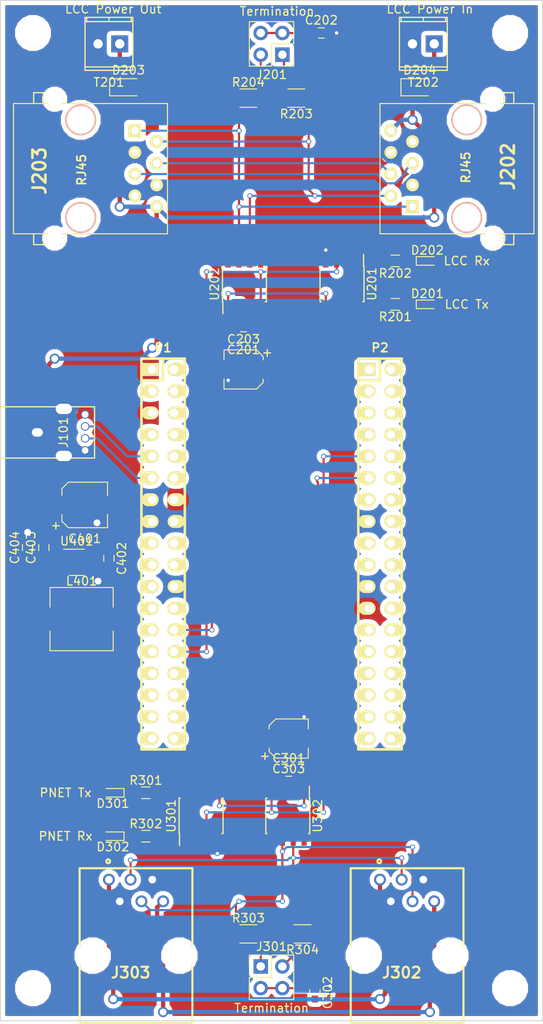
<source format=kicad_pcb>
(kicad_pcb (version 4) (host pcbnew 4.0.7+dfsg1-1ubuntu2)
  (layers (0 F.Cu signal) (31 B.Cu signal) (34 B.Paste user) (35 F.Paste user) (36 B.SilkS user) (37 F.SilkS user) (38 B.Mask user) (39 F.Mask user) (44 Edge.Cuts user))
  (net 0 "")
  (net 1 +3V3)
  (net 2 GND)
  (net 3 "Net-(C202-Pad1)")
  (net 4 "Net-(C302-Pad1)")
  (net 5 +5V)
  (net 6 /CAN_12V)
  (net 7 "Net-(D201-Pad1)")
  (net 8 "Net-(D202-Pad1)")
  (net 9 "Net-(D203-Pad1)")
  (net 10 "Net-(D204-Pad2)")
  (net 11 "Net-(D301-Pad1)")
  (net 12 "Net-(D302-Pad1)")
  (net 13 "Net-(J101-Pad2)")
  (net 14 "Net-(J101-Pad3)")
  (net 15 "Net-(J201-Pad1)")
  (net 16 "Net-(J201-Pad2)")
  (net 17 "Net-(J202-Pad1)")
  (net 18 "Net-(J202-Pad2)")
  (net 19 "Net-(J202-Pad4)")
  (net 20 "Net-(J202-Pad5)")
  (net 21 "Net-(J301-Pad1)")
  (net 22 "Net-(J301-Pad2)")
  (net 23 "Net-(J302-Pad6)")
  (net 24 "Net-(J302-Pad1)")
  (net 25 "Net-(P1-Pad2)")
  (net 26 "Net-(P1-Pad3)")
  (net 27 "Net-(P1-Pad4)")
  (net 28 "Net-(P1-Pad6)")
  (net 29 "Net-(P1-Pad7)")
  (net 30 "Net-(P1-Pad8)")
  (net 31 "Net-(P1-Pad10)")
  (net 32 "Net-(P1-Pad12)")
  (net 33 "Net-(P1-Pad17)")
  (net 34 "Net-(P1-Pad18)")
  (net 35 "Net-(P1-Pad19)")
  (net 36 "Net-(P1-Pad20)")
  (net 37 "Net-(P1-Pad21)")
  (net 38 "Net-(P1-Pad23)")
  (net 39 "Net-(P1-Pad24)")
  (net 40 "Net-(P1-Pad25)")
  (net 41 /CAN0_TX)
  (net 42 "Net-(P1-Pad27)")
  (net 43 /CAN0_RX)
  (net 44 "Net-(P1-Pad29)")
  (net 45 "Net-(P1-Pad30)")
  (net 46 "Net-(P1-Pad31)")
  (net 47 "Net-(P1-Pad32)")
  (net 48 "Net-(P1-Pad33)")
  (net 49 "Net-(P1-Pad34)")
  (net 50 "Net-(P1-Pad35)")
  (net 51 "Net-(P1-Pad36)")
  (net 52 "Net-(P2-Pad1)")
  (net 53 "Net-(P2-Pad2)")
  (net 54 "Net-(P2-Pad3)")
  (net 55 "Net-(P2-Pad4)")
  (net 56 "Net-(P2-Pad5)")
  (net 57 "Net-(P2-Pad6)")
  (net 58 "Net-(P2-Pad7)")
  (net 59 "Net-(P2-Pad8)")
  (net 60 /CAN1_RX)
  (net 61 "Net-(P2-Pad10)")
  (net 62 /CAN1_TX)
  (net 63 "Net-(P2-Pad12)")
  (net 64 "Net-(P2-Pad13)")
  (net 65 "Net-(P2-Pad14)")
  (net 66 "Net-(P2-Pad16)")
  (net 67 "Net-(P2-Pad17)")
  (net 68 "Net-(P2-Pad18)")
  (net 69 "Net-(P2-Pad19)")
  (net 70 "Net-(P2-Pad20)")
  (net 71 "Net-(P2-Pad22)")
  (net 72 "Net-(P2-Pad24)")
  (net 73 "Net-(P2-Pad25)")
  (net 74 "Net-(P2-Pad26)")
  (net 75 "Net-(P2-Pad27)")
  (net 76 "Net-(P2-Pad28)")
  (net 77 "Net-(P2-Pad29)")
  (net 78 "Net-(P2-Pad30)")
  (net 79 "Net-(P2-Pad31)")
  (net 80 "Net-(P2-Pad32)")
  (net 81 "Net-(P2-Pad33)")
  (net 82 "Net-(P2-Pad34)")
  (net 83 "Net-(P2-Pad35)")
  (net 84 "Net-(P2-Pad36)")
  (net 85 "Net-(R201-Pad2)")
  (net 86 "Net-(R202-Pad2)")
  (net 87 "Net-(R301-Pad2)")
  (net 88 "Net-(R302-Pad2)")
  (net 89 "Net-(U202-Pad5)")
  (net 90 "Net-(U202-Pad8)")
  (net 91 "Net-(U302-Pad5)")
  (net 92 "Net-(U302-Pad8)")
  (net 93 "Net-(C402-Pad2)")
  (net 94 "Net-(C402-Pad1)")
  (net 95 "/PNET CAN Transceiver/CAN-L")
  (net 96 "/PNET CAN Transceiver/CAN-H")
  (net 97 "Net-(J302-Pad7)")
  (net 98 "Net-(J302-Pad8)")
  (net 99 "Net-(J303-Pad7)")
  (net 100 "Net-(J303-Pad8)")
  (module Mounting_Holes:MountingHole_3.2mm_M3 (layer F.Cu) (at 113.03 153.67)
    (fp_text reference REF** hide)
    (fp_text value MountingHole_3.2mm_M3 hide)
    (pad 1 np_thru_hole circle (at 0 0) (size 3.2 3.2) (drill 3.2) (layers *.Cu *.Mask))
  )
  (module Mounting_Holes:MountingHole_3.2mm_M3 (layer F.Cu) (at 168.91 153.67)
    (fp_text reference REF** hide)
    (fp_text value MountingHole_3.2mm_M3 hide)
    (pad 1 np_thru_hole circle (at 0 0) (size 3.2 3.2) (drill 3.2) (layers *.Cu *.Mask))
  )
  (module Mounting_Holes:MountingHole_3.2mm_M3 (layer F.Cu) (at 168.91 41.91)
    (fp_text reference REF** hide)
    (fp_text value MountingHole_3.2mm_M3 hide)
    (pad 1 np_thru_hole circle (at 0 0) (size 3.2 3.2) (drill 3.2) (layers *.Cu *.Mask))
  )
  (module pin_socket_18x2 (layer F.Cu) (at 128.27 102.87 270)
    (fp_text reference P1 (at -24.13 0 360) (layer F.SilkS) (effects (font (size 1.016 1.016) (thickness 0.2032))))
    (fp_text value POCKETBEAGLE-P1 hide)
    (pad 1 thru_hole rect (at -21.59 1.27 270) (size 1.524 1.99898) (drill 1.00076 (offset 0 0.24892)) (layers *.Cu *.Mask F.SilkS) (net 5 +5V))
    (pad 2 thru_hole oval (at -21.59 -1.27 270) (size 1.524 1.99898) (drill 1.00076 (offset 0 -0.24892)) (layers *.Cu *.Mask F.SilkS) (net 25 "Net-(P1-Pad2)"))
    (pad 3 thru_hole oval (at -19.05 1.27 270) (size 1.524 1.99898) (drill 1.00076 (offset 0 0.24892)) (layers *.Cu *.Mask F.SilkS) (net 26 "Net-(P1-Pad3)"))
    (pad 4 thru_hole oval (at -19.05 -1.27 270) (size 1.524 1.99898) (drill 1.00076 (offset 0 -0.24892)) (layers *.Cu *.Mask F.SilkS) (net 27 "Net-(P1-Pad4)"))
    (pad 5 thru_hole oval (at -16.51 1.27 270) (size 1.524 1.99898) (drill 1.00076 (offset 0 0.24892)) (layers *.Cu *.Mask F.SilkS) (net 5 +5V))
    (pad 6 thru_hole oval (at -16.51 -1.27 270) (size 1.524 1.99898) (drill 1.00076 (offset 0 -0.24892)) (layers *.Cu *.Mask F.SilkS) (net 28 "Net-(P1-Pad6)"))
    (pad 7 thru_hole oval (at -13.97 1.27 270) (size 1.524 1.99898) (drill 1.00076 (offset 0 0.24892)) (layers *.Cu *.Mask F.SilkS) (net 29 "Net-(P1-Pad7)"))
    (pad 8 thru_hole oval (at -13.97 -1.27 270) (size 1.524 1.99898) (drill 1.00076 (offset 0 -0.24892)) (layers *.Cu *.Mask F.SilkS) (net 30 "Net-(P1-Pad8)"))
    (pad 9 thru_hole oval (at -11.43 1.27 270) (size 1.524 1.99898) (drill 1.00076 (offset 0 0.24892)) (layers *.Cu *.Mask F.SilkS) (net 13 "Net-(J101-Pad2)"))
    (pad 10 thru_hole oval (at -11.43 -1.27 270) (size 1.524 1.99898) (drill 1.00076 (offset 0 -0.24892)) (layers *.Cu *.Mask F.SilkS) (net 31 "Net-(P1-Pad10)"))
    (pad 11 thru_hole oval (at -8.89 1.27 270) (size 1.524 1.99898) (drill 1.00076 (offset 0 0.24892)) (layers *.Cu *.Mask F.SilkS) (net 14 "Net-(J101-Pad3)"))
    (pad 12 thru_hole oval (at -8.89 -1.27 270) (size 1.524 1.99898) (drill 1.00076 (offset 0 -0.24892)) (layers *.Cu *.Mask F.SilkS) (net 32 "Net-(P1-Pad12)"))
    (pad 13 thru_hole oval (at -6.35 1.27 270) (size 1.524 1.99898) (drill 1.00076 (offset 0 0.24892)) (layers *.Cu *.Mask F.SilkS) (net 2 GND))
    (pad 14 thru_hole oval (at -6.35 -1.27 270) (size 1.524 1.99898) (drill 1.00076 (offset 0 -0.24892)) (layers *.Cu *.Mask F.SilkS) (net 1 +3V3))
    (pad 15 thru_hole oval (at -3.81 1.27 270) (size 1.524 1.99898) (drill 1.00076 (offset 0 0.24892)) (layers *.Cu *.Mask F.SilkS) (net 2 GND))
    (pad 16 thru_hole oval (at -3.81 -1.27 270) (size 1.524 1.99898) (drill 1.00076 (offset 0 -0.24892)) (layers *.Cu *.Mask F.SilkS) (net 2 GND))
    (pad 17 thru_hole oval (at -1.27 1.27 270) (size 1.524 1.99898) (drill 1.00076 (offset 0 0.24892)) (layers *.Cu *.Mask F.SilkS) (net 33 "Net-(P1-Pad17)"))
    (pad 18 thru_hole oval (at -1.27 -1.27 270) (size 1.524 1.99898) (drill 1.00076 (offset 0 -0.24892)) (layers *.Cu *.Mask F.SilkS) (net 34 "Net-(P1-Pad18)"))
    (pad 19 thru_hole oval (at 1.27 1.27 270) (size 1.524 1.99898) (drill 1.00076 (offset 0 0.24892)) (layers *.Cu *.Mask F.SilkS) (net 35 "Net-(P1-Pad19)"))
    (pad 20 thru_hole oval (at 1.27 -1.27 270) (size 1.524 1.99898) (drill 1.00076 (offset 0 -0.24892)) (layers *.Cu *.Mask F.SilkS) (net 36 "Net-(P1-Pad20)"))
    (pad 21 thru_hole oval (at 3.81 1.27 270) (size 1.524 1.99898) (drill 1.00076 (offset 0 0.24892)) (layers *.Cu *.Mask F.SilkS) (net 37 "Net-(P1-Pad21)"))
    (pad 22 thru_hole oval (at 3.81 -1.27 270) (size 1.524 1.99898) (drill 1.00076 (offset 0 -0.24892)) (layers *.Cu *.Mask F.SilkS) (net 2 GND))
    (pad 23 thru_hole oval (at 6.35 1.27 270) (size 1.524 1.99898) (drill 1.00076 (offset 0 0.24892)) (layers *.Cu *.Mask F.SilkS) (net 38 "Net-(P1-Pad23)"))
    (pad 24 thru_hole oval (at 6.35 -1.27 270) (size 1.524 1.99898) (drill 1.00076 (offset 0 -0.24892)) (layers *.Cu *.Mask F.SilkS) (net 39 "Net-(P1-Pad24)"))
    (pad 25 thru_hole oval (at 8.89 1.27 270) (size 1.524 1.99898) (drill 1.00076 (offset 0 0.24892)) (layers *.Cu *.Mask F.SilkS) (net 40 "Net-(P1-Pad25)"))
    (pad 26 thru_hole oval (at 8.89 -1.27 270) (size 1.524 1.99898) (drill 1.00076 (offset 0 -0.24892)) (layers *.Cu *.Mask F.SilkS) (net 41 /CAN0_TX))
    (pad 27 thru_hole oval (at 11.43 1.27 270) (size 1.524 1.99898) (drill 1.00076 (offset 0 0.24892)) (layers *.Cu *.Mask F.SilkS) (net 42 "Net-(P1-Pad27)"))
    (pad 28 thru_hole oval (at 11.43 -1.27 270) (size 1.524 1.99898) (drill 1.00076 (offset 0 -0.24892)) (layers *.Cu *.Mask F.SilkS) (net 43 /CAN0_RX))
    (pad 29 thru_hole oval (at 13.97 1.27 270) (size 1.524 1.99898) (drill 1.00076 (offset 0 0.24892)) (layers *.Cu *.Mask F.SilkS) (net 44 "Net-(P1-Pad29)"))
    (pad 30 thru_hole oval (at 13.97 -1.27 270) (size 1.524 1.99898) (drill 1.00076 (offset 0 -0.24892)) (layers *.Cu *.Mask F.SilkS) (net 45 "Net-(P1-Pad30)"))
    (pad 31 thru_hole oval (at 16.51 1.27 270) (size 1.524 1.99898) (drill 1.00076 (offset 0 0.24892)) (layers *.Cu *.Mask F.SilkS) (net 46 "Net-(P1-Pad31)"))
    (pad 32 thru_hole oval (at 16.51 -1.27 270) (size 1.524 1.99898) (drill 1.00076 (offset 0 -0.24892)) (layers *.Cu *.Mask F.SilkS) (net 47 "Net-(P1-Pad32)"))
    (pad 33 thru_hole oval (at 19.05 1.27 270) (size 1.524 1.99898) (drill 1.00076 (offset 0 0.24892)) (layers *.Cu *.Mask F.SilkS) (net 48 "Net-(P1-Pad33)"))
    (pad 34 thru_hole oval (at 19.05 -1.27 270) (size 1.524 1.99898) (drill 1.00076 (offset 0 -0.24892)) (layers *.Cu *.Mask F.SilkS) (net 49 "Net-(P1-Pad34)"))
    (pad 35 thru_hole oval (at 21.59 1.27 270) (size 1.524 1.99898) (drill 1.00076 (offset 0 0.24892)) (layers *.Cu *.Mask F.SilkS) (net 50 "Net-(P1-Pad35)"))
    (pad 36 thru_hole oval (at 21.59 -1.27 270) (size 1.524 1.99898) (drill 1.00076 (offset 0 -0.24892)) (layers *.Cu *.Mask F.SilkS) (net 51 "Net-(P1-Pad36)"))
  )
  (module pin_socket_18x2 (layer F.Cu) (at 153.67 102.87 270)
    (fp_text reference P2 (at -24.13 0 360) (layer F.SilkS) (effects (font (size 1.016 1.016) (thickness 0.2032))))
    (fp_text value POCKETBEAGLE-P2 hide)
    (pad 1 thru_hole rect (at -21.59 1.27 270) (size 1.524 1.99898) (drill 1.00076 (offset 0 0.24892)) (layers *.Cu *.Mask F.SilkS) (net 52 "Net-(P2-Pad1)"))
    (pad 2 thru_hole oval (at -21.59 -1.27 270) (size 1.524 1.99898) (drill 1.00076 (offset 0 -0.24892)) (layers *.Cu *.Mask F.SilkS) (net 53 "Net-(P2-Pad2)"))
    (pad 3 thru_hole oval (at -19.05 1.27 270) (size 1.524 1.99898) (drill 1.00076 (offset 0 0.24892)) (layers *.Cu *.Mask F.SilkS) (net 54 "Net-(P2-Pad3)"))
    (pad 4 thru_hole oval (at -19.05 -1.27 270) (size 1.524 1.99898) (drill 1.00076 (offset 0 -0.24892)) (layers *.Cu *.Mask F.SilkS) (net 55 "Net-(P2-Pad4)"))
    (pad 5 thru_hole oval (at -16.51 1.27 270) (size 1.524 1.99898) (drill 1.00076 (offset 0 0.24892)) (layers *.Cu *.Mask F.SilkS) (net 56 "Net-(P2-Pad5)"))
    (pad 6 thru_hole oval (at -16.51 -1.27 270) (size 1.524 1.99898) (drill 1.00076 (offset 0 -0.24892)) (layers *.Cu *.Mask F.SilkS) (net 57 "Net-(P2-Pad6)"))
    (pad 7 thru_hole oval (at -13.97 1.27 270) (size 1.524 1.99898) (drill 1.00076 (offset 0 0.24892)) (layers *.Cu *.Mask F.SilkS) (net 58 "Net-(P2-Pad7)"))
    (pad 8 thru_hole oval (at -13.97 -1.27 270) (size 1.524 1.99898) (drill 1.00076 (offset 0 -0.24892)) (layers *.Cu *.Mask F.SilkS) (net 59 "Net-(P2-Pad8)"))
    (pad 9 thru_hole oval (at -11.43 1.27 270) (size 1.524 1.99898) (drill 1.00076 (offset 0 0.24892)) (layers *.Cu *.Mask F.SilkS) (net 60 /CAN1_RX))
    (pad 10 thru_hole oval (at -11.43 -1.27 270) (size 1.524 1.99898) (drill 1.00076 (offset 0 -0.24892)) (layers *.Cu *.Mask F.SilkS) (net 61 "Net-(P2-Pad10)"))
    (pad 11 thru_hole oval (at -8.89 1.27 270) (size 1.524 1.99898) (drill 1.00076 (offset 0 0.24892)) (layers *.Cu *.Mask F.SilkS) (net 62 /CAN1_TX))
    (pad 12 thru_hole oval (at -8.89 -1.27 270) (size 1.524 1.99898) (drill 1.00076 (offset 0 -0.24892)) (layers *.Cu *.Mask F.SilkS) (net 63 "Net-(P2-Pad12)"))
    (pad 13 thru_hole oval (at -6.35 1.27 270) (size 1.524 1.99898) (drill 1.00076 (offset 0 0.24892)) (layers *.Cu *.Mask F.SilkS) (net 64 "Net-(P2-Pad13)"))
    (pad 14 thru_hole oval (at -6.35 -1.27 270) (size 1.524 1.99898) (drill 1.00076 (offset 0 -0.24892)) (layers *.Cu *.Mask F.SilkS) (net 65 "Net-(P2-Pad14)"))
    (pad 15 thru_hole oval (at -3.81 1.27 270) (size 1.524 1.99898) (drill 1.00076 (offset 0 0.24892)) (layers *.Cu *.Mask F.SilkS) (net 2 GND))
    (pad 16 thru_hole oval (at -3.81 -1.27 270) (size 1.524 1.99898) (drill 1.00076 (offset 0 -0.24892)) (layers *.Cu *.Mask F.SilkS) (net 66 "Net-(P2-Pad16)"))
    (pad 17 thru_hole oval (at -1.27 1.27 270) (size 1.524 1.99898) (drill 1.00076 (offset 0 0.24892)) (layers *.Cu *.Mask F.SilkS) (net 67 "Net-(P2-Pad17)"))
    (pad 18 thru_hole oval (at -1.27 -1.27 270) (size 1.524 1.99898) (drill 1.00076 (offset 0 -0.24892)) (layers *.Cu *.Mask F.SilkS) (net 68 "Net-(P2-Pad18)"))
    (pad 19 thru_hole oval (at 1.27 1.27 270) (size 1.524 1.99898) (drill 1.00076 (offset 0 0.24892)) (layers *.Cu *.Mask F.SilkS) (net 69 "Net-(P2-Pad19)"))
    (pad 20 thru_hole oval (at 1.27 -1.27 270) (size 1.524 1.99898) (drill 1.00076 (offset 0 -0.24892)) (layers *.Cu *.Mask F.SilkS) (net 70 "Net-(P2-Pad20)"))
    (pad 21 thru_hole oval (at 3.81 1.27 270) (size 1.524 1.99898) (drill 1.00076 (offset 0 0.24892)) (layers *.Cu *.Mask F.SilkS) (net 2 GND))
    (pad 22 thru_hole oval (at 3.81 -1.27 270) (size 1.524 1.99898) (drill 1.00076 (offset 0 -0.24892)) (layers *.Cu *.Mask F.SilkS) (net 71 "Net-(P2-Pad22)"))
    (pad 23 thru_hole oval (at 6.35 1.27 270) (size 1.524 1.99898) (drill 1.00076 (offset 0 0.24892)) (layers *.Cu *.Mask F.SilkS) (net 1 +3V3))
    (pad 24 thru_hole oval (at 6.35 -1.27 270) (size 1.524 1.99898) (drill 1.00076 (offset 0 -0.24892)) (layers *.Cu *.Mask F.SilkS) (net 72 "Net-(P2-Pad24)"))
    (pad 25 thru_hole oval (at 8.89 1.27 270) (size 1.524 1.99898) (drill 1.00076 (offset 0 0.24892)) (layers *.Cu *.Mask F.SilkS) (net 73 "Net-(P2-Pad25)"))
    (pad 26 thru_hole oval (at 8.89 -1.27 270) (size 1.524 1.99898) (drill 1.00076 (offset 0 -0.24892)) (layers *.Cu *.Mask F.SilkS) (net 74 "Net-(P2-Pad26)"))
    (pad 27 thru_hole oval (at 11.43 1.27 270) (size 1.524 1.99898) (drill 1.00076 (offset 0 0.24892)) (layers *.Cu *.Mask F.SilkS) (net 75 "Net-(P2-Pad27)"))
    (pad 28 thru_hole oval (at 11.43 -1.27 270) (size 1.524 1.99898) (drill 1.00076 (offset 0 -0.24892)) (layers *.Cu *.Mask F.SilkS) (net 76 "Net-(P2-Pad28)"))
    (pad 29 thru_hole oval (at 13.97 1.27 270) (size 1.524 1.99898) (drill 1.00076 (offset 0 0.24892)) (layers *.Cu *.Mask F.SilkS) (net 77 "Net-(P2-Pad29)"))
    (pad 30 thru_hole oval (at 13.97 -1.27 270) (size 1.524 1.99898) (drill 1.00076 (offset 0 -0.24892)) (layers *.Cu *.Mask F.SilkS) (net 78 "Net-(P2-Pad30)"))
    (pad 31 thru_hole oval (at 16.51 1.27 270) (size 1.524 1.99898) (drill 1.00076 (offset 0 0.24892)) (layers *.Cu *.Mask F.SilkS) (net 79 "Net-(P2-Pad31)"))
    (pad 32 thru_hole oval (at 16.51 -1.27 270) (size 1.524 1.99898) (drill 1.00076 (offset 0 -0.24892)) (layers *.Cu *.Mask F.SilkS) (net 80 "Net-(P2-Pad32)"))
    (pad 33 thru_hole oval (at 19.05 1.27 270) (size 1.524 1.99898) (drill 1.00076 (offset 0 0.24892)) (layers *.Cu *.Mask F.SilkS) (net 81 "Net-(P2-Pad33)"))
    (pad 34 thru_hole oval (at 19.05 -1.27 270) (size 1.524 1.99898) (drill 1.00076 (offset 0 -0.24892)) (layers *.Cu *.Mask F.SilkS) (net 82 "Net-(P2-Pad34)"))
    (pad 35 thru_hole oval (at 21.59 1.27 270) (size 1.524 1.99898) (drill 1.00076 (offset 0 0.24892)) (layers *.Cu *.Mask F.SilkS) (net 83 "Net-(P2-Pad35)"))
    (pad 36 thru_hole oval (at 21.59 -1.27 270) (size 1.524 1.99898) (drill 1.00076 (offset 0 -0.24892)) (layers *.Cu *.Mask F.SilkS) (net 84 "Net-(P2-Pad36)"))
  )
  (module USB-A-Upright:USB-A-UPRIGHT (layer F.Cu) (at 119.138 88.646 90)
    (fp_text reference J101 (at 0 -2.54 90) (layer F.SilkS))
    (fp_text value USB_A)
    (pad 1 thru_hole circle (at 2.1 0 90) (size 1 1) (drill 0.768) (layers *.Cu *.Mask) (net 5 +5V))
    (pad 2 thru_hole circle (at 0.7 0 90) (size 1 1) (drill 0.768) (layers *.Cu *.Mask) (net 13 "Net-(J101-Pad2)"))
    (pad 3 thru_hole circle (at -0.7 0 90) (size 1 1) (drill 0.768) (layers *.Cu *.Mask) (net 14 "Net-(J101-Pad3)"))
    (pad 4 thru_hole circle (at -2.1 0 90) (size 1 1) (drill 0.768) (layers *.Cu *.Mask) (net 2 GND))
    (pad 5 thru_hole oval (at 2.75 -2.5 90) (size 1.5 2.2) (drill oval 1.2 1.9) (layers *.Cu *.Mask) (net 2 GND))
    (pad 5 thru_hole oval (at -2.75 -2.5 90) (size 1.5 2.2) (drill oval 1.2 1.9) (layers *.Cu *.Mask) (net 2 GND))
    (pad 5 thru_hole oval (at 0 -5.6 90) (size 1.3 1.6) (drill oval 1 1.3) (layers *.Cu *.Mask) (net 2 GND))
  )
  (module Pin_Headers:Pin_Header_Straight_2x02_Pitch2.54mm (layer F.Cu) (at 142.24 44.45 180)
    (fp_text reference J201 (at 1.27 -2.33 180) (layer F.SilkS))
    (fp_text value Termination (at 0.635 5.08 180) (layer F.SilkS))
    (pad 1 thru_hole rect (at 0 0 180) (size 1.7 1.7) (drill 1) (layers *.Cu *.Mask) (net 15 "Net-(J201-Pad1)"))
    (pad 2 thru_hole oval (at 2.54 0 180) (size 1.7 1.7) (drill 1) (layers *.Cu *.Mask) (net 16 "Net-(J201-Pad2)"))
    (pad 3 thru_hole oval (at 0 2.54 180) (size 1.7 1.7) (drill 1) (layers *.Cu *.Mask) (net 3 "Net-(C202-Pad1)"))
    (pad 4 thru_hole oval (at 2.54 2.54 180) (size 1.7 1.7) (drill 1) (layers *.Cu *.Mask) (net 3 "Net-(C202-Pad1)"))
  )
  (module RJ45-8N-S:RJ45_8N-S (layer F.Cu) (at 163.83 57.785 90)
    (fp_text reference J202 (at 0.254 4.826 90) (layer F.SilkS) (effects (font (thickness 0.3048))))
    (fp_text value RJ45 (at 0.14224 -0.1016 90) (layer F.SilkS) (effects (font (size 1.00076 1.00076) (thickness 0.2032))))
    (pad "" np_thru_hole circle (at 5.715 0 90) (size 3.64998 3.64998) (drill 3.2512) (layers *.Cu *.SilkS *.Mask))
    (pad "" np_thru_hole circle (at -5.715 0 90) (size 3.64998 3.64998) (drill 3.2512) (layers *.Cu *.SilkS *.Mask))
    (pad 1 thru_hole rect (at -4.445 -6.35 90) (size 1.50114 1.50114) (drill 0.89916) (layers *.Cu *.Mask F.SilkS) (net 17 "Net-(J202-Pad1)"))
    (pad 2 thru_hole circle (at -3.175 -8.89 90) (size 1.50114 1.50114) (drill 0.89916) (layers *.Cu *.Mask F.SilkS) (net 18 "Net-(J202-Pad2)"))
    (pad 3 thru_hole circle (at -1.905 -6.35 90) (size 1.50114 1.50114) (drill 0.89916) (layers *.Cu *.Mask F.SilkS) (net 2 GND))
    (pad 4 thru_hole circle (at -0.635 -8.89 90) (size 1.50114 1.50114) (drill 0.89916) (layers *.Cu *.Mask F.SilkS) (net 19 "Net-(J202-Pad4)"))
    (pad 5 thru_hole circle (at 0.635 -6.35 90) (size 1.50114 1.50114) (drill 0.89916) (layers *.Cu *.Mask F.SilkS) (net 20 "Net-(J202-Pad5)"))
    (pad 6 thru_hole circle (at 1.905 -8.89 90) (size 1.50114 1.50114) (drill 0.89916) (layers *.Cu *.Mask F.SilkS) (net 2 GND))
    (pad 7 thru_hole circle (at 3.175 -6.35 90) (size 1.50114 1.50114) (drill 0.89916) (layers *.Cu *.Mask F.SilkS) (net 2 GND))
    (pad 8 thru_hole circle (at 4.445 -8.89 90) (size 1.50114 1.50114) (drill 0.89916) (layers *.Cu *.Mask F.SilkS) (net 6 /CAN_12V))
    (pad "" thru_hole circle (at -8.128 3.048 90) (size 1.9304 1.9304) (drill 1.9304) (layers *.Cu *.Mask F.SilkS))
    (pad "" thru_hole circle (at 8.128 3.048 90) (size 1.9304 1.9304) (drill 1.9304) (layers *.Cu *.Mask F.SilkS))
  )
  (module RJ45-8N-S:RJ45_8N-S (layer F.Cu) (at 118.618 57.785 270)
    (fp_text reference J203 (at 0.254 4.826 270) (layer F.SilkS) (effects (font (thickness 0.3048))))
    (fp_text value RJ45 (at 0.14224 -0.1016 270) (layer F.SilkS) (effects (font (size 1.00076 1.00076) (thickness 0.2032))))
    (pad "" np_thru_hole circle (at 5.715 0 270) (size 3.64998 3.64998) (drill 3.2512) (layers *.Cu *.SilkS *.Mask))
    (pad "" np_thru_hole circle (at -5.715 0 270) (size 3.64998 3.64998) (drill 3.2512) (layers *.Cu *.SilkS *.Mask))
    (pad 1 thru_hole rect (at -4.445 -6.35 270) (size 1.50114 1.50114) (drill 0.89916) (layers *.Cu *.Mask F.SilkS) (net 17 "Net-(J202-Pad1)"))
    (pad 2 thru_hole circle (at -3.175 -8.89 270) (size 1.50114 1.50114) (drill 0.89916) (layers *.Cu *.Mask F.SilkS) (net 18 "Net-(J202-Pad2)"))
    (pad 3 thru_hole circle (at -1.905 -6.35 270) (size 1.50114 1.50114) (drill 0.89916) (layers *.Cu *.Mask F.SilkS) (net 2 GND))
    (pad 4 thru_hole circle (at -0.635 -8.89 270) (size 1.50114 1.50114) (drill 0.89916) (layers *.Cu *.Mask F.SilkS) (net 19 "Net-(J202-Pad4)"))
    (pad 5 thru_hole circle (at 0.635 -6.35 270) (size 1.50114 1.50114) (drill 0.89916) (layers *.Cu *.Mask F.SilkS) (net 20 "Net-(J202-Pad5)"))
    (pad 6 thru_hole circle (at 1.905 -8.89 270) (size 1.50114 1.50114) (drill 0.89916) (layers *.Cu *.Mask F.SilkS) (net 2 GND))
    (pad 7 thru_hole circle (at 3.175 -6.35 270) (size 1.50114 1.50114) (drill 0.89916) (layers *.Cu *.Mask F.SilkS) (net 2 GND))
    (pad 8 thru_hole circle (at 4.445 -8.89 270) (size 1.50114 1.50114) (drill 0.89916) (layers *.Cu *.Mask F.SilkS) (net 6 /CAN_12V))
    (pad "" thru_hole circle (at -8.128 3.048 270) (size 1.9304 1.9304) (drill 1.9304) (layers *.Cu *.Mask F.SilkS))
    (pad "" thru_hole circle (at 8.128 3.048 270) (size 1.9304 1.9304) (drill 1.9304) (layers *.Cu *.Mask F.SilkS))
  )
  (module Pin_Headers:Pin_Header_Straight_2x02_Pitch2.54mm (layer F.Cu) (at 139.7 151.13)
    (fp_text reference J301 (at 1.27 -2.33) (layer F.SilkS))
    (fp_text value Termination (at 1.27 4.87) (layer F.SilkS))
    (pad 1 thru_hole rect (at 0 0) (size 1.7 1.7) (drill 1) (layers *.Cu *.Mask) (net 21 "Net-(J301-Pad1)"))
    (pad 2 thru_hole oval (at 2.54 0) (size 1.7 1.7) (drill 1) (layers *.Cu *.Mask) (net 22 "Net-(J301-Pad2)"))
    (pad 3 thru_hole oval (at 0 2.54) (size 1.7 1.7) (drill 1) (layers *.Cu *.Mask) (net 4 "Net-(C302-Pad1)"))
    (pad 4 thru_hole oval (at 2.54 2.54) (size 1.7 1.7) (drill 1) (layers *.Cu *.Mask) (net 4 "Net-(C302-Pad1)"))
  )
  (module Connectors_Terminal_Blocks:TerminalBlock_Pheonix_MPT-2.54mm_2pol (layer F.Cu) (at 123.19 43.18 180)
    (fp_text reference T201 (at 1.27 -4.50088 180) (layer F.SilkS))
    (fp_text value "LCC Power Out" (at 0.762 4.064 180) (layer F.SilkS))
    (pad 2 thru_hole oval (at 2.54 0 180) (size 1.99898 1.99898) (drill 1.09728) (layers *.Cu *.Mask) (net 2 GND))
    (pad 1 thru_hole rect (at 0 0 180) (size 1.99898 1.99898) (drill 1.09728) (layers *.Cu *.Mask) (net 9 "Net-(D203-Pad1)"))
  )
  (module Connectors_Terminal_Blocks:TerminalBlock_Pheonix_MPT-2.54mm_2pol (layer F.Cu) (at 160.02 43.18 180)
    (fp_text reference T202 (at 1.27 -4.50088 180) (layer F.SilkS))
    (fp_text value "LCC Power In" (at 0.508 4.064 180) (layer F.SilkS))
    (pad 2 thru_hole oval (at 2.54 0 180) (size 1.99898 1.99898) (drill 1.09728) (layers *.Cu *.Mask) (net 2 GND))
    (pad 1 thru_hole rect (at 0 0 180) (size 1.99898 1.99898) (drill 1.09728) (layers *.Cu *.Mask) (net 10 "Net-(D204-Pad2)"))
  )
  (module Capacitors_SMD:C_0603 (layer F.Cu) (at 137.68 77.47 180)
    (fp_text reference C201 (at 0 -1.5 180) (layer F.SilkS))
    (fp_text value ".1 uf")
    (pad 2 smd rect (at 0.75 0 180) (size 0.8 0.75) (layers F.Cu F.Paste F.Mask) (net 2 GND))
    (pad 1 smd rect (at -0.75 0 180) (size 0.8 0.75) (layers F.Cu F.Paste F.Mask) (net 1 +3V3))
  )
  (module Capacitors_SMD:C_0603 (layer F.Cu) (at 146.8 41.91)
    (fp_text reference C202 (at 0 -1.5) (layer F.SilkS))
    (fp_text value "47 nf")
    (pad 2 smd rect (at 0.75 0) (size 0.8 0.75) (layers F.Cu F.Paste F.Mask) (net 2 GND))
    (pad 1 smd rect (at -0.75 0) (size 0.8 0.75) (layers F.Cu F.Paste F.Mask) (net 3 "Net-(C202-Pad1)"))
  )
  (module Capacitors_SMD:CP_Elec_4x5.8 (layer F.Cu) (at 137.69 81.28 180)
    (fp_text reference C203 (at 0 3.54 180) (layer F.SilkS))
    (fp_text value "15 uf 15V")
    (fp_text user + (at -2.78 2.01 180) (layer F.SilkS))
    (pad 1 smd rect (at -1.8 0) (size 2.6 1.6) (layers F.Cu F.Paste F.Mask) (net 1 +3V3))
    (pad 2 smd rect (at 1.8 0) (size 2.6 1.6) (layers F.Cu F.Paste F.Mask) (net 2 GND))
  )
  (module Capacitors_SMD:C_0603 (layer F.Cu) (at 142.99 128.27)
    (fp_text reference C301 (at 0 -1.5) (layer F.SilkS))
    (fp_text value ".1 uf")
    (pad 2 smd rect (at 0.75 0) (size 0.8 0.75) (layers F.Cu F.Paste F.Mask) (net 2 GND))
    (pad 1 smd rect (at -0.75 0) (size 0.8 0.75) (layers F.Cu F.Paste F.Mask) (net 1 +3V3))
  )
  (module Capacitors_SMD:C_0603 (layer F.Cu) (at 146.05 154.19 270)
    (fp_text reference C302 (at 0 -1.5 270) (layer F.SilkS))
    (fp_text value "47 nf")
    (pad 2 smd rect (at 0.75 0 270) (size 0.8 0.75) (layers F.Cu F.Paste F.Mask) (net 2 GND))
    (pad 1 smd rect (at -0.75 0 270) (size 0.8 0.75) (layers F.Cu F.Paste F.Mask) (net 4 "Net-(C302-Pad1)"))
  )
  (module Capacitors_SMD:CP_Elec_4x5.8 (layer F.Cu) (at 142.98 124.46)
    (fp_text reference C303 (at 0 3.54) (layer F.SilkS))
    (fp_text value "15 uf 15V")
    (fp_text user + (at -2.78 2.01) (layer F.SilkS))
    (pad 1 smd rect (at -1.8 0 180) (size 2.6 1.6) (layers F.Cu F.Paste F.Mask) (net 1 +3V3))
    (pad 2 smd rect (at 1.8 0 180) (size 2.6 1.6) (layers F.Cu F.Paste F.Mask) (net 2 GND))
  )
  (module Capacitors_SMD:CP_Elec_5x5.3 (layer F.Cu) (at 119.085 97.155)
    (fp_text reference C401 (at 0 3.92) (layer F.SilkS))
    (fp_text value 10uf)
    (fp_text user + (at -3.38 2.34) (layer F.SilkS))
    (pad 1 smd rect (at -2.2 0 180) (size 3 1.6) (layers F.Cu F.Paste F.Mask) (net 6 /CAN_12V))
    (pad 2 smd rect (at 2.2 0 180) (size 3 1.6) (layers F.Cu F.Paste F.Mask) (net 2 GND))
  )
  (module Capacitors_SMD:C_0603 (layer F.Cu) (at 121.92 103.39 270)
    (fp_text reference C402 (at 0 -1.5 270) (layer F.SilkS))
    (fp_text value 100nf)
    (pad 2 smd rect (at 0.75 0 270) (size 0.8 0.75) (layers F.Cu F.Paste F.Mask) (net 93 "Net-(C402-Pad2)"))
    (pad 1 smd rect (at -0.75 0 270) (size 0.8 0.75) (layers F.Cu F.Paste F.Mask) (net 94 "Net-(C402-Pad1)"))
  )
  (module Capacitors_SMD:C_0603 (layer F.Cu) (at 114.3 102.12 90)
    (fp_text reference C403 (at 0 -1.5 90) (layer F.SilkS))
    (fp_text value 22uf)
    (pad 2 smd rect (at 0.75 0 90) (size 0.8 0.75) (layers F.Cu F.Paste F.Mask) (net 2 GND))
    (pad 1 smd rect (at -0.75 0 90) (size 0.8 0.75) (layers F.Cu F.Paste F.Mask) (net 5 +5V))
  )
  (module Capacitors_SMD:C_0603 (layer F.Cu) (at 112.395 102.12 90)
    (fp_text reference C404 (at 0 -1.5 90) (layer F.SilkS))
    (fp_text value 22uf)
    (pad 2 smd rect (at 0.75 0 90) (size 0.8 0.75) (layers F.Cu F.Paste F.Mask) (net 2 GND))
    (pad 1 smd rect (at -0.75 0 90) (size 0.8 0.75) (layers F.Cu F.Paste F.Mask) (net 5 +5V))
  )
  (module LEDs:LED_0603 (layer F.Cu) (at 159.22 73.66)
    (fp_text reference D201 (at 0 -1.25) (layer F.SilkS))
    (fp_text value "LCC Tx" (at 4.61 0) (layer F.SilkS))
    (pad 2 smd rect (at 0.8 0 180) (size 0.8 0.8) (layers F.Cu F.Paste F.Mask) (net 1 +3V3))
    (pad 1 smd rect (at -0.8 0 180) (size 0.8 0.8) (layers F.Cu F.Paste F.Mask) (net 7 "Net-(D201-Pad1)"))
  )
  (module LEDs:LED_0603 (layer F.Cu) (at 159.22 68.58)
    (fp_text reference D202 (at 0 -1.25) (layer F.SilkS))
    (fp_text value "LCC Rx" (at 4.61 0) (layer F.SilkS))
    (pad 2 smd rect (at 0.8 0 180) (size 0.8 0.8) (layers F.Cu F.Paste F.Mask) (net 1 +3V3))
    (pad 1 smd rect (at -0.8 0 180) (size 0.8 0.8) (layers F.Cu F.Paste F.Mask) (net 8 "Net-(D202-Pad1)"))
  )
  (module Diodes_SMD:D_PowerDI-123 (layer F.Cu) (at 124.205 48.26)
    (fp_text reference D203 (at 0 -2) (layer F.SilkS))
    (fp_text value SB240)
    (pad 1 smd rect (at -0.85 0 180) (size 2.4 1.5) (layers F.Cu F.Paste F.Mask) (net 9 "Net-(D203-Pad1)"))
    (pad 2 smd rect (at 1.525 0 180) (size 1.05 1.5) (layers F.Cu F.Paste F.Mask) (net 6 /CAN_12V))
  )
  (module Diodes_SMD:D_PowerDI-123 (layer F.Cu) (at 158.33 48.26)
    (fp_text reference D204 (at 0 -2) (layer F.SilkS))
    (fp_text value SB240)
    (pad 1 smd rect (at -0.85 0 180) (size 2.4 1.5) (layers F.Cu F.Paste F.Mask) (net 6 /CAN_12V))
    (pad 2 smd rect (at 1.525 0 180) (size 1.05 1.5) (layers F.Cu F.Paste F.Mask) (net 10 "Net-(D204-Pad2)"))
  )
  (module LEDs:LED_0603 (layer F.Cu) (at 122.39 130.81 180)
    (fp_text reference D301 (at 0 -1.25 180) (layer F.SilkS))
    (fp_text value "PNET Tx" (at 5.55 0 180) (layer F.SilkS))
    (pad 2 smd rect (at 0.8 0) (size 0.8 0.8) (layers F.Cu F.Paste F.Mask) (net 1 +3V3))
    (pad 1 smd rect (at -0.8 0) (size 0.8 0.8) (layers F.Cu F.Paste F.Mask) (net 11 "Net-(D301-Pad1)"))
  )
  (module LEDs:LED_0603 (layer F.Cu) (at 122.39 135.89 180)
    (fp_text reference D302 (at 0 -1.25 180) (layer F.SilkS))
    (fp_text value "PNET Rx" (at 5.55 0 180) (layer F.SilkS))
    (pad 2 smd rect (at 0.8 0) (size 0.8 0.8) (layers F.Cu F.Paste F.Mask) (net 1 +3V3))
    (pad 1 smd rect (at -0.8 0) (size 0.8 0.8) (layers F.Cu F.Paste F.Mask) (net 12 "Net-(D302-Pad1)"))
  )
  (module Inductors_SMD:L_7.3x7.3_H4.5 (layer F.Cu) (at 118.72 110.49)
    (fp_text reference L401 (at 0 -4.45) (layer F.SilkS))
    (fp_text value 4.7uH)
    (pad 1 smd rect (at -3.2 0) (size 1.5 2.2) (layers F.Cu F.Paste F.Mask) (net 5 +5V))
    (pad 2 smd rect (at 3.2 0) (size 1.5 2.2) (layers F.Cu F.Paste F.Mask) (net 93 "Net-(C402-Pad2)"))
  )
  (module Resistors_SMD:R_0603 (layer F.Cu) (at 155.46 73.66 180)
    (fp_text reference R201 (at 0 -1.45 180) (layer F.SilkS))
    (fp_text value "160 Ohms")
    (pad 1 smd rect (at -0.75 0 180) (size 0.5 0.9) (layers F.Cu F.Paste F.Mask) (net 7 "Net-(D201-Pad1)"))
    (pad 2 smd rect (at 0.75 0 180) (size 0.5 0.9) (layers F.Cu F.Paste F.Mask) (net 85 "Net-(R201-Pad2)"))
  )
  (module Resistors_SMD:R_0603 (layer F.Cu) (at 155.46 68.58 180)
    (fp_text reference R202 (at 0 -1.45 180) (layer F.SilkS))
    (fp_text value "160 Ohms")
    (pad 1 smd rect (at -0.75 0 180) (size 0.5 0.9) (layers F.Cu F.Paste F.Mask) (net 8 "Net-(D202-Pad1)"))
    (pad 2 smd rect (at 0.75 0 180) (size 0.5 0.9) (layers F.Cu F.Paste F.Mask) (net 86 "Net-(R202-Pad2)"))
  )
  (module Resistors_SMD:R_1206 (layer F.Cu) (at 143.87 49.53 180)
    (fp_text reference R203 (at 0 -1.85 180) (layer F.SilkS))
    (fp_text value "60 Ohms")
    (pad 1 smd rect (at -1.45 0 180) (size 0.9 1.7) (layers F.Cu F.Paste F.Mask) (net 18 "Net-(J202-Pad2)"))
    (pad 2 smd rect (at 1.45 0 180) (size 0.9 1.7) (layers F.Cu F.Paste F.Mask) (net 15 "Net-(J201-Pad1)"))
  )
  (module Resistors_SMD:R_1206 (layer F.Cu) (at 138.25 49.53)
    (fp_text reference R204 (at 0 -1.85) (layer F.SilkS))
    (fp_text value "60 Ohms")
    (pad 1 smd rect (at -1.45 0) (size 0.9 1.7) (layers F.Cu F.Paste F.Mask) (net 17 "Net-(J202-Pad1)"))
    (pad 2 smd rect (at 1.45 0) (size 0.9 1.7) (layers F.Cu F.Paste F.Mask) (net 16 "Net-(J201-Pad2)"))
  )
  (module Resistors_SMD:R_0603 (layer F.Cu) (at 126.25 130.81)
    (fp_text reference R301 (at 0 -1.45) (layer F.SilkS))
    (fp_text value "160 Ohms")
    (pad 1 smd rect (at -0.75 0) (size 0.5 0.9) (layers F.Cu F.Paste F.Mask) (net 11 "Net-(D301-Pad1)"))
    (pad 2 smd rect (at 0.75 0) (size 0.5 0.9) (layers F.Cu F.Paste F.Mask) (net 87 "Net-(R301-Pad2)"))
  )
  (module Resistors_SMD:R_0603 (layer F.Cu) (at 126.25 135.89)
    (fp_text reference R302 (at 0 -1.45) (layer F.SilkS))
    (fp_text value "160 Ohms")
    (pad 1 smd rect (at -0.75 0) (size 0.5 0.9) (layers F.Cu F.Paste F.Mask) (net 12 "Net-(D302-Pad1)"))
    (pad 2 smd rect (at 0.75 0) (size 0.5 0.9) (layers F.Cu F.Paste F.Mask) (net 88 "Net-(R302-Pad2)"))
  )
  (module Resistors_SMD:R_1206 (layer F.Cu) (at 138.25 147.32)
    (fp_text reference R303 (at 0 -1.85) (layer F.SilkS))
    (fp_text value "60 Ohms")
    (pad 1 smd rect (at -1.45 0) (size 0.9 1.7) (layers F.Cu F.Paste F.Mask) (net 95 "/PNET CAN Transceiver/CAN-L"))
    (pad 2 smd rect (at 1.45 0) (size 0.9 1.7) (layers F.Cu F.Paste F.Mask) (net 21 "Net-(J301-Pad1)"))
  )
  (module Resistors_SMD:R_1206 (layer F.Cu) (at 144.6 147.32 180)
    (fp_text reference R304 (at 0 -1.85 180) (layer F.SilkS))
    (fp_text value "60 Ohms")
    (pad 1 smd rect (at -1.45 0 180) (size 0.9 1.7) (layers F.Cu F.Paste F.Mask) (net 96 "/PNET CAN Transceiver/CAN-H"))
    (pad 2 smd rect (at 1.45 0 180) (size 0.9 1.7) (layers F.Cu F.Paste F.Mask) (net 22 "Net-(J301-Pad2)"))
  )
  (module Housings_SOIC:SOIC-8_3.9x4.9mm_Pitch1.27mm (layer F.Cu) (at 149.225 71.28 270)
    (fp_text reference U201 (at 0 -3.5 270) (layer F.SilkS))
    (fp_text value LM358)
    (pad 1 smd rect (at -2.7 -1.905 270) (size 1.55 0.6) (layers F.Cu F.Paste F.Mask) (net 86 "Net-(R202-Pad2)"))
    (pad 2 smd rect (at -2.7 -0.635 270) (size 1.55 0.6) (layers F.Cu F.Paste F.Mask) (net 86 "Net-(R202-Pad2)"))
    (pad 3 smd rect (at -2.7 0.635 270) (size 1.55 0.6) (layers F.Cu F.Paste F.Mask) (net 43 /CAN0_RX))
    (pad 4 smd rect (at -2.7 1.905 270) (size 1.55 0.6) (layers F.Cu F.Paste F.Mask) (net 2 GND))
    (pad 5 smd rect (at 2.7 1.905 270) (size 1.55 0.6) (layers F.Cu F.Paste F.Mask) (net 41 /CAN0_TX))
    (pad 6 smd rect (at 2.7 0.635 270) (size 1.55 0.6) (layers F.Cu F.Paste F.Mask) (net 85 "Net-(R201-Pad2)"))
    (pad 7 smd rect (at 2.7 -0.635 270) (size 1.55 0.6) (layers F.Cu F.Paste F.Mask) (net 85 "Net-(R201-Pad2)"))
    (pad 8 smd rect (at 2.7 -1.905 270) (size 1.55 0.6) (layers F.Cu F.Paste F.Mask) (net 1 +3V3))
  )
  (module Housings_SOIC:SOIC-8_3.9x4.9mm_Pitch1.27mm (layer F.Cu) (at 137.795 71.28 90)
    (fp_text reference U202 (at 0 -3.5 90) (layer F.SilkS))
    (fp_text value TCAN332DR)
    (pad 1 smd rect (at -2.7 -1.905 90) (size 1.55 0.6) (layers F.Cu F.Paste F.Mask) (net 41 /CAN0_TX))
    (pad 2 smd rect (at -2.7 -0.635 90) (size 1.55 0.6) (layers F.Cu F.Paste F.Mask) (net 2 GND))
    (pad 3 smd rect (at -2.7 0.635 90) (size 1.55 0.6) (layers F.Cu F.Paste F.Mask) (net 1 +3V3))
    (pad 4 smd rect (at -2.7 1.905 90) (size 1.55 0.6) (layers F.Cu F.Paste F.Mask) (net 43 /CAN0_RX))
    (pad 5 smd rect (at 2.7 1.905 90) (size 1.55 0.6) (layers F.Cu F.Paste F.Mask) (net 89 "Net-(U202-Pad5)"))
    (pad 6 smd rect (at 2.7 0.635 90) (size 1.55 0.6) (layers F.Cu F.Paste F.Mask) (net 18 "Net-(J202-Pad2)"))
    (pad 7 smd rect (at 2.7 -0.635 90) (size 1.55 0.6) (layers F.Cu F.Paste F.Mask) (net 17 "Net-(J202-Pad1)"))
    (pad 8 smd rect (at 2.7 -1.905 90) (size 1.55 0.6) (layers F.Cu F.Paste F.Mask) (net 90 "Net-(U202-Pad8)"))
  )
  (module Housings_SOIC:SOIC-8_3.9x4.9mm_Pitch1.27mm (layer F.Cu) (at 132.715 133.51 90)
    (fp_text reference U301 (at 0 -3.5 90) (layer F.SilkS))
    (fp_text value LM358)
    (pad 1 smd rect (at -2.7 -1.905 90) (size 1.55 0.6) (layers F.Cu F.Paste F.Mask) (net 88 "Net-(R302-Pad2)"))
    (pad 2 smd rect (at -2.7 -0.635 90) (size 1.55 0.6) (layers F.Cu F.Paste F.Mask) (net 88 "Net-(R302-Pad2)"))
    (pad 3 smd rect (at -2.7 0.635 90) (size 1.55 0.6) (layers F.Cu F.Paste F.Mask) (net 60 /CAN1_RX))
    (pad 4 smd rect (at -2.7 1.905 90) (size 1.55 0.6) (layers F.Cu F.Paste F.Mask) (net 2 GND))
    (pad 5 smd rect (at 2.7 1.905 90) (size 1.55 0.6) (layers F.Cu F.Paste F.Mask) (net 62 /CAN1_TX))
    (pad 6 smd rect (at 2.7 0.635 90) (size 1.55 0.6) (layers F.Cu F.Paste F.Mask) (net 87 "Net-(R301-Pad2)"))
    (pad 7 smd rect (at 2.7 -0.635 90) (size 1.55 0.6) (layers F.Cu F.Paste F.Mask) (net 87 "Net-(R301-Pad2)"))
    (pad 8 smd rect (at 2.7 -1.905 90) (size 1.55 0.6) (layers F.Cu F.Paste F.Mask) (net 1 +3V3))
  )
  (module Housings_SOIC:SOIC-8_3.9x4.9mm_Pitch1.27mm (layer F.Cu) (at 142.875 133.51 270)
    (fp_text reference U302 (at 0 -3.5 270) (layer F.SilkS))
    (fp_text value TCAN332DR)
    (pad 1 smd rect (at -2.7 -1.905 270) (size 1.55 0.6) (layers F.Cu F.Paste F.Mask) (net 62 /CAN1_TX))
    (pad 2 smd rect (at -2.7 -0.635 270) (size 1.55 0.6) (layers F.Cu F.Paste F.Mask) (net 2 GND))
    (pad 3 smd rect (at -2.7 0.635 270) (size 1.55 0.6) (layers F.Cu F.Paste F.Mask) (net 1 +3V3))
    (pad 4 smd rect (at -2.7 1.905 270) (size 1.55 0.6) (layers F.Cu F.Paste F.Mask) (net 60 /CAN1_RX))
    (pad 5 smd rect (at 2.7 1.905 270) (size 1.55 0.6) (layers F.Cu F.Paste F.Mask) (net 91 "Net-(U302-Pad5)"))
    (pad 6 smd rect (at 2.7 0.635 270) (size 1.55 0.6) (layers F.Cu F.Paste F.Mask) (net 95 "/PNET CAN Transceiver/CAN-L"))
    (pad 7 smd rect (at 2.7 -0.635 270) (size 1.55 0.6) (layers F.Cu F.Paste F.Mask) (net 96 "/PNET CAN Transceiver/CAN-H"))
    (pad 8 smd rect (at 2.7 -1.905 270) (size 1.55 0.6) (layers F.Cu F.Paste F.Mask) (net 92 "Net-(U302-Pad8)"))
  )
  (module TO_SOT_Packages_SMD:TSOT-23-6_MK06A (layer F.Cu) (at 118.15 103.82)
    (fp_text reference U401 (at 0 -2.45) (layer F.SilkS))
    (fp_text value AP63205)
    (pad 1 smd rect (at -1.31 -0.95) (size 1.22 0.65) (layers F.Cu F.Paste F.Mask) (net 5 +5V))
    (pad 2 smd rect (at -1.31 0) (size 1.22 0.65) (layers F.Cu F.Paste F.Mask) (net 6 /CAN_12V))
    (pad 3 smd rect (at -1.31 0.95) (size 1.22 0.65) (layers F.Cu F.Paste F.Mask) (net 6 /CAN_12V))
    (pad 4 smd rect (at 1.31 0.95) (size 1.22 0.65) (layers F.Cu F.Paste F.Mask) (net 2 GND))
    (pad 5 smd rect (at 1.31 0) (size 1.22 0.65) (layers F.Cu F.Paste F.Mask) (net 93 "Net-(C402-Pad2)"))
    (pad 6 smd rect (at 1.31 -0.95) (size 1.22 0.65) (layers F.Cu F.Paste F.Mask) (net 94 "Net-(C402-Pad1)"))
  )
  (module Mounting_Holes:MountingHole_3.2mm_M3 (layer F.Cu) (at 113.03 41.91)
    (fp_text reference REF** hide)
    (fp_text value MountingHole_3.2mm_M3 hide)
    (pad 1 np_thru_hole circle (at 0 0) (size 3.2 3.2) (drill 3.2) (layers *.Cu *.Mask))
  )
  (module RJ12Molex:95501-2661 (layer F.Cu) (at 161.925 149.86)
    (fp_text reference J302 (at -5.711 1.994) (layer F.SilkS) (effects (font (size 1.27 1.27) (thickness 0.254))))
    (fp_text value PNET hide)
    (pad 1 thru_hole circle (at -8.255 -8.89) (size 1.4 1.4) (drill 0.9) (layers *.Cu *.Mask) (net 24 "Net-(J302-Pad1)"))
    (pad 2 thru_hole circle (at -6.985 -6.35) (size 1.4 1.4) (drill 0.9) (layers *.Cu *.Mask) (net 2 GND))
    (pad 3 thru_hole circle (at -5.715 -8.89) (size 1.4 1.4) (drill 0.9) (layers *.Cu *.Mask) (net 96 "/PNET CAN Transceiver/CAN-H"))
    (pad 4 thru_hole circle (at -4.445 -6.35) (size 1.4 1.4) (drill 0.9) (layers *.Cu *.Mask) (net 95 "/PNET CAN Transceiver/CAN-L"))
    (pad 5 thru_hole circle (at -3.175 -8.89) (size 1.4 1.4) (drill 0.9) (layers *.Cu *.Mask) (net 2 GND))
    (pad 6 thru_hole circle (at -1.905 -6.35) (size 1.4 1.4) (drill 0.9) (layers *.Cu *.Mask) (net 23 "Net-(J302-Pad6)"))
    (pad 7 np_thru_hole circle (at -10.16 0) (size 3.25 3.25) (drill 3.25) (layers *.Cu *.Mask) (net 97 "Net-(J302-Pad7)"))
    (pad 8 np_thru_hole circle (at 0 0) (size 3.25 3.25) (drill 3.25) (layers *.Cu *.Mask) (net 98 "Net-(J302-Pad8)"))
  )
  (module RJ12Molex:95501-2661 (layer F.Cu) (at 130.175 149.86)
    (fp_text reference J303 (at -5.711 1.994) (layer F.SilkS) (effects (font (size 1.27 1.27) (thickness 0.254))))
    (fp_text value PNET hide)
    (pad 1 thru_hole circle (at -8.255 -8.89) (size 1.4 1.4) (drill 0.9) (layers *.Cu *.Mask) (net 24 "Net-(J302-Pad1)"))
    (pad 2 thru_hole circle (at -6.985 -6.35) (size 1.4 1.4) (drill 0.9) (layers *.Cu *.Mask) (net 2 GND))
    (pad 3 thru_hole circle (at -5.715 -8.89) (size 1.4 1.4) (drill 0.9) (layers *.Cu *.Mask) (net 96 "/PNET CAN Transceiver/CAN-H"))
    (pad 4 thru_hole circle (at -4.445 -6.35) (size 1.4 1.4) (drill 0.9) (layers *.Cu *.Mask) (net 95 "/PNET CAN Transceiver/CAN-L"))
    (pad 5 thru_hole circle (at -3.175 -8.89) (size 1.4 1.4) (drill 0.9) (layers *.Cu *.Mask) (net 2 GND))
    (pad 6 thru_hole circle (at -1.905 -6.35) (size 1.4 1.4) (drill 0.9) (layers *.Cu *.Mask) (net 23 "Net-(J302-Pad6)"))
    (pad 7 np_thru_hole circle (at -10.16 0) (size 3.25 3.25) (drill 3.25) (layers *.Cu *.Mask) (net 99 "Net-(J303-Pad7)"))
    (pad 8 np_thru_hole circle (at 0 0) (size 3.25 3.25) (drill 3.25) (layers *.Cu *.Mask) (net 100 "Net-(J303-Pad8)"))
  )
  (gr_line (start 172.72 38.1) (end 172.72 157.48) (layer Edge.Cuts) (width 0.1))
  (gr_line (start 109.22 38.1) (end 172.72 38.1) (layer Edge.Cuts) (width 0.1))
  (gr_line (start 109.22 157.48) (end 172.72 157.48) (layer Edge.Cuts) (width 0.1))
  (gr_line (start 109.22 38.1) (end 109.22 157.48) (layer Edge.Cuts) (width 0.1))
  (segment (start 147.828 153.840262) (end 147.828 153.415998) (width 0.25) (layer F.Cu) (net 2))
  (segment (start 147.32 154.94) (end 147.828 154.432) (width 0.25) (layer F.Cu) (net 2))
  (segment (start 146.05 154.94) (end 147.32 154.94) (width 0.25) (layer F.Cu) (net 2))
  (segment (start 147.828 154.432) (end 147.828 153.840262) (width 0.25) (layer F.Cu) (net 2))
  (via (at 147.828 153.415998) (size 0.6) (drill 0.4) (layers F.Cu B.Cu) (net 2))
  (segment (start 120.65 106.045) (end 120.65 104.775) (width 0.5) (layer F.Cu) (net 2))
  (segment (start 120.65 104.775) (end 120.645 104.77) (width 0.5) (layer F.Cu) (net 2))
  (segment (start 120.645 104.77) (end 119.46 104.77) (width 0.5) (layer F.Cu) (net 2))
  (via (at 120.520001 99.219999) (size 1.2) (drill 0.8) (layers F.Cu B.Cu) (net 2))
  (via (at 120.65 106.045) (size 1.2) (drill 0.8) (layers F.Cu B.Cu) (net 2))
  (segment (start 121.285 97.155) (end 121.285 98.455) (width 0.5) (layer F.Cu) (net 2))
  (segment (start 121.285 98.455) (end 120.520001 99.219999) (width 0.5) (layer F.Cu) (net 2))
  (segment (start 112.395 101.37) (end 112.395 100.33) (width 0.5) (layer F.Cu) (net 2))
  (via (at 112.395 100.33) (size 1.2) (drill 0.8) (layers F.Cu B.Cu) (net 2))
  (segment (start 112.395 101.37) (end 114.3 101.37) (width 0.5) (layer F.Cu) (net 2))
  (via (at 148.59 41.91) (size 0.6) (drill 0.4) (layers F.Cu B.Cu) (net 2))
  (segment (start 147.55 41.91) (end 148.59 41.91) (width 0.25) (layer F.Cu) (net 2))
  (segment (start 147.32 68.58) (end 147.32 67.31) (width 0.25) (layer F.Cu) (net 2))
  (via (at 147.32 67.31) (size 0.6) (drill 0.4) (layers F.Cu B.Cu) (net 2))
  (segment (start 135.89 81.28) (end 135.89 82.55) (width 0.25) (layer F.Cu) (net 2))
  (via (at 135.89 82.55) (size 0.6) (drill 0.4) (layers F.Cu B.Cu) (net 2))
  (segment (start 136.93 77.47) (end 136.905 77.47) (width 0.25) (layer F.Cu) (net 2))
  (segment (start 136.905 77.47) (end 135.89 78.485) (width 0.25) (layer F.Cu) (net 2))
  (segment (start 135.89 78.485) (end 135.89 80.23) (width 0.25) (layer F.Cu) (net 2))
  (segment (start 135.89 80.23) (end 135.89 81.28) (width 0.25) (layer F.Cu) (net 2))
  (segment (start 137.16 73.98) (end 137.16 77.24) (width 0.25) (layer F.Cu) (net 2))
  (segment (start 137.16 77.24) (end 136.93 77.47) (width 0.25) (layer F.Cu) (net 2))
  (via (at 134.619996 137.922) (size 0.6) (drill 0.4) (layers F.Cu B.Cu) (net 2))
  (segment (start 134.62 137.921996) (end 134.619996 137.922) (width 0.25) (layer F.Cu) (net 2))
  (segment (start 134.62 136.21) (end 134.62 137.921996) (width 0.25) (layer F.Cu) (net 2))
  (segment (start 144.78 124.46) (end 144.78 121.92) (width 0.25) (layer F.Cu) (net 2))
  (via (at 144.78 121.92) (size 0.6) (drill 0.4) (layers F.Cu B.Cu) (net 2))
  (segment (start 143.74 128.27) (end 143.74 125.5) (width 0.25) (layer F.Cu) (net 2))
  (segment (start 143.74 125.5) (end 144.78 124.46) (width 0.25) (layer F.Cu) (net 2))
  (segment (start 143.51 130.81) (end 143.51 128.5) (width 0.25) (layer F.Cu) (net 2))
  (segment (start 143.51 128.5) (end 143.74 128.27) (width 0.25) (layer F.Cu) (net 2))
  (segment (start 142.24 41.91) (end 146.05 41.91) (width 0.25) (layer F.Cu) (net 3))
  (segment (start 139.7 41.91) (end 142.24 41.91) (width 0.25) (layer F.Cu) (net 3))
  (segment (start 142.24 153.67) (end 145.82 153.67) (width 0.25) (layer F.Cu) (net 4))
  (segment (start 145.82 153.67) (end 146.05 153.44) (width 0.25) (layer F.Cu) (net 4))
  (segment (start 139.7 153.67) (end 142.24 153.67) (width 0.25) (layer F.Cu) (net 4))
  (segment (start 116.84 102.87) (end 114.3 102.87) (width 0.5) (layer F.Cu) (net 5))
  (segment (start 116.418524 80.01) (end 115.569996 80.01) (width 0.5) (layer B.Cu) (net 6))
  (segment (start 125.729996 80.01) (end 116.418524 80.01) (width 0.5) (layer B.Cu) (net 6))
  (segment (start 126.999996 78.74) (end 125.729996 80.01) (width 0.5) (layer B.Cu) (net 6))
  (segment (start 114.969997 80.609999) (end 115.569996 80.01) (width 0.5) (layer F.Cu) (net 6))
  (segment (start 114.885 80.694996) (end 114.969997 80.609999) (width 0.5) (layer F.Cu) (net 6))
  (segment (start 114.885 95.855) (end 114.885 80.694996) (width 0.5) (layer F.Cu) (net 6))
  (segment (start 116.885 97.155) (end 116.185 97.155) (width 0.5) (layer F.Cu) (net 6))
  (segment (start 116.185 97.155) (end 114.885 95.855) (width 0.5) (layer F.Cu) (net 6))
  (via (at 115.569996 80.01) (size 1.2) (drill 0.8) (layers F.Cu B.Cu) (net 6))
  (segment (start 127.508 78.231996) (end 126.999996 78.74) (width 0.5) (layer F.Cu) (net 6))
  (segment (start 127.508 62.23) (end 127.508 78.231996) (width 0.5) (layer F.Cu) (net 6))
  (via (at 126.999996 78.74) (size 1.2) (drill 0.8) (layers F.Cu B.Cu) (net 6))
  (segment (start 160.02 63.5) (end 160.02 54.61) (width 0.5) (layer F.Cu) (net 6))
  (segment (start 160.02 54.61) (end 157.48 52.07) (width 0.5) (layer F.Cu) (net 6))
  (segment (start 127.508 62.23) (end 128.778 63.5) (width 0.5) (layer B.Cu) (net 6))
  (segment (start 128.778 63.5) (end 156.438858 63.5) (width 0.5) (layer B.Cu) (net 6))
  (segment (start 156.438858 63.5) (end 160.02 63.5) (width 0.5) (layer B.Cu) (net 6))
  (via (at 160.02 63.5) (size 1.2) (drill 0.8) (layers F.Cu B.Cu) (net 6))
  (segment (start 157.48 52.07) (end 156.21 52.07) (width 0.5) (layer B.Cu) (net 6))
  (segment (start 156.21 52.07) (end 154.94 53.34) (width 0.5) (layer B.Cu) (net 6))
  (segment (start 157.48 48.26) (end 157.48 52.07) (width 0.5) (layer F.Cu) (net 6))
  (via (at 157.48 52.07) (size 1.2) (drill 0.8) (layers F.Cu B.Cu) (net 6))
  (segment (start 123.19 62.23) (end 127.508 62.23) (width 0.5) (layer B.Cu) (net 6))
  (segment (start 125.73 48.26) (end 125.73 49.51) (width 0.5) (layer F.Cu) (net 6))
  (segment (start 125.73 49.51) (end 123.19 52.05) (width 0.5) (layer F.Cu) (net 6))
  (segment (start 123.19 52.05) (end 123.19 59.69) (width 0.5) (layer F.Cu) (net 6))
  (segment (start 123.19 59.69) (end 123.19 62.23) (width 0.5) (layer F.Cu) (net 6))
  (via (at 123.19 62.23) (size 1.2) (drill 0.8) (layers F.Cu B.Cu) (net 6))
  (segment (start 116.84 104.77) (end 117.125 104.77) (width 0.5) (layer F.Cu) (net 6))
  (segment (start 117.125 104.77) (end 117.900001 103.994999) (width 0.5) (layer F.Cu) (net 6))
  (segment (start 117.900001 103.994999) (end 117.900001 103.555001) (width 0.5) (layer F.Cu) (net 6))
  (segment (start 116.885 97.155) (end 116.885 98.455) (width 0.5) (layer F.Cu) (net 6))
  (segment (start 117.900001 103.555001) (end 117.635002 103.82) (width 0.5) (layer F.Cu) (net 6))
  (segment (start 116.885 98.455) (end 117.900001 99.470001) (width 0.5) (layer F.Cu) (net 6))
  (segment (start 117.900001 99.470001) (end 117.900001 103.555001) (width 0.5) (layer F.Cu) (net 6))
  (segment (start 117.635002 103.82) (end 116.84 103.82) (width 0.5) (layer F.Cu) (net 6))
  (segment (start 156.21 73.66) (end 158.42 73.66) (width 0.25) (layer F.Cu) (net 7))
  (segment (start 156.21 68.58) (end 158.42 68.58) (width 0.25) (layer F.Cu) (net 8))
  (segment (start 123.19 43.18) (end 123.19 48.095) (width 0.5) (layer F.Cu) (net 9))
  (segment (start 123.19 48.095) (end 123.355 48.26) (width 0.5) (layer F.Cu) (net 9))
  (segment (start 160.02 43.18) (end 160.02 48.095) (width 0.5) (layer F.Cu) (net 10))
  (segment (start 160.02 48.095) (end 159.855 48.26) (width 0.5) (layer F.Cu) (net 10))
  (segment (start 125.5 130.81) (end 123.19 130.81) (width 0.25) (layer F.Cu) (net 11))
  (segment (start 125.5 135.89) (end 123.19 135.89) (width 0.25) (layer F.Cu) (net 12))
  (segment (start 119.138 87.946) (end 120.566 87.946) (width 0.25) (layer B.Cu) (net 13))
  (segment (start 120.566 87.946) (end 120.65 88.03) (width 0.25) (layer B.Cu) (net 13))
  (segment (start 124.06 91.44) (end 120.65 88.03) (width 0.25) (layer B.Cu) (net 13))
  (segment (start 120.65 88.03) (end 120.61 87.99) (width 0.25) (layer B.Cu) (net 13))
  (segment (start 127 91.44) (end 124.06 91.44) (width 0.25) (layer B.Cu) (net 13))
  (segment (start 119.138 89.346) (end 120.566 89.346) (width 0.25) (layer B.Cu) (net 14))
  (segment (start 120.566 89.346) (end 125.2 93.98) (width 0.25) (layer B.Cu) (net 14))
  (segment (start 125.2 93.98) (end 127 93.98) (width 0.25) (layer B.Cu) (net 14))
  (segment (start 142.42 49.53) (end 142.42 44.63) (width 0.25) (layer F.Cu) (net 15))
  (segment (start 142.42 44.63) (end 142.24 44.45) (width 0.25) (layer F.Cu) (net 15))
  (segment (start 139.7 49.53) (end 139.7 44.45) (width 0.25) (layer F.Cu) (net 16))
  (segment (start 137.16 62.23) (end 137.16 68.58) (width 0.25) (layer F.Cu) (net 17))
  (segment (start 157.48 62.23) (end 137.16 62.23) (width 0.25) (layer B.Cu) (net 17))
  (via (at 137.16 62.23) (size 0.6) (drill 0.4) (layers F.Cu B.Cu) (net 17))
  (segment (start 137.16 53.34) (end 137.16 68.58) (width 0.25) (layer F.Cu) (net 17))
  (segment (start 137.16 53.34) (end 137.16 49.89) (width 0.25) (layer F.Cu) (net 17))
  (segment (start 137.16 49.89) (end 136.8 49.53) (width 0.25) (layer F.Cu) (net 17))
  (segment (start 124.968 53.34) (end 137.16 53.34) (width 0.25) (layer B.Cu) (net 17))
  (via (at 137.16 53.34) (size 0.6) (drill 0.4) (layers F.Cu B.Cu) (net 17))
  (segment (start 145.32 49.53) (end 145.32 54.61) (width 0.25) (layer F.Cu) (net 18))
  (segment (start 145.32 54.61) (end 145.32 60.23) (width 0.25) (layer F.Cu) (net 18))
  (segment (start 127.508 54.61) (end 145.32 54.61) (width 0.25) (layer B.Cu) (net 18))
  (via (at 145.32 54.61) (size 0.6) (drill 0.4) (layers F.Cu B.Cu) (net 18))
  (segment (start 138.43 60.96) (end 138.43 68.58) (width 0.25) (layer F.Cu) (net 18))
  (segment (start 146.05 60.96) (end 138.43 60.96) (width 0.25) (layer B.Cu) (net 18))
  (via (at 138.43 60.96) (size 0.6) (drill 0.4) (layers F.Cu B.Cu) (net 18))
  (segment (start 146.05 60.96) (end 154.94 60.96) (width 0.25) (layer B.Cu) (net 18))
  (segment (start 145.32 60.23) (end 146.05 60.96) (width 0.25) (layer F.Cu) (net 18))
  (via (at 146.05 60.96) (size 0.6) (drill 0.4) (layers F.Cu B.Cu) (net 18))
  (segment (start 127.508 57.15) (end 153.67 57.15) (width 0.25) (layer B.Cu) (net 19))
  (segment (start 153.67 57.15) (end 154.94 58.42) (width 0.25) (layer B.Cu) (net 19))
  (segment (start 124.968 58.42) (end 153.348154 58.42) (width 0.25) (layer B.Cu) (net 20))
  (segment (start 155.456275 59.495571) (end 156.729431 58.222415) (width 0.25) (layer B.Cu) (net 20))
  (segment (start 153.348154 58.42) (end 154.423725 59.495571) (width 0.25) (layer B.Cu) (net 20))
  (segment (start 154.423725 59.495571) (end 155.456275 59.495571) (width 0.25) (layer B.Cu) (net 20))
  (segment (start 156.729431 58.222415) (end 156.729431 57.900569) (width 0.25) (layer B.Cu) (net 20))
  (segment (start 156.729431 57.900569) (end 157.48 57.15) (width 0.25) (layer B.Cu) (net 20))
  (segment (start 139.7 147.32) (end 139.7 151.13) (width 0.25) (layer F.Cu) (net 21))
  (segment (start 143.15 147.32) (end 143.15 150.22) (width 0.25) (layer F.Cu) (net 22))
  (segment (start 143.15 150.22) (end 142.24 151.13) (width 0.25) (layer F.Cu) (net 22))
  (segment (start 128.27 156.464) (end 128.27 151.026002) (width 0.5) (layer F.Cu) (net 23))
  (segment (start 128.27 151.026002) (end 127.570001 150.326003) (width 0.5) (layer F.Cu) (net 23))
  (segment (start 127.570001 150.326003) (end 127.570001 144.209999) (width 0.5) (layer F.Cu) (net 23))
  (segment (start 127.570001 144.209999) (end 128.27 143.51) (width 0.5) (layer F.Cu) (net 23))
  (segment (start 159.512 156.464) (end 128.27 156.464) (width 0.5) (layer B.Cu) (net 23))
  (via (at 128.27 156.464) (size 1.2) (drill 0.8) (layers F.Cu B.Cu) (net 23))
  (segment (start 160.02 143.51) (end 160.02 148.693998) (width 0.5) (layer F.Cu) (net 23))
  (segment (start 160.02 148.693998) (end 159.512 149.201998) (width 0.5) (layer F.Cu) (net 23))
  (segment (start 159.512 149.201998) (end 159.512 156.464) (width 0.5) (layer F.Cu) (net 23))
  (via (at 159.512 156.464) (size 1.2) (drill 0.8) (layers F.Cu B.Cu) (net 23))
  (segment (start 153.67 154.94) (end 154.269999 154.340001) (width 0.5) (layer F.Cu) (net 24))
  (segment (start 154.269999 154.340001) (end 154.269999 144.542001) (width 0.5) (layer F.Cu) (net 24))
  (segment (start 154.269999 144.542001) (end 153.67 143.942002) (width 0.5) (layer F.Cu) (net 24))
  (segment (start 153.67 143.942002) (end 153.67 141.959949) (width 0.5) (layer F.Cu) (net 24))
  (segment (start 153.67 141.959949) (end 153.67 140.97) (width 0.5) (layer F.Cu) (net 24))
  (segment (start 122.428 154.94) (end 123.276528 154.94) (width 0.5) (layer B.Cu) (net 24))
  (segment (start 123.276528 154.94) (end 123.306529 154.970001) (width 0.5) (layer B.Cu) (net 24))
  (segment (start 123.306529 154.970001) (end 153.639999 154.970001) (width 0.5) (layer B.Cu) (net 24))
  (segment (start 153.639999 154.970001) (end 153.67 154.94) (width 0.5) (layer B.Cu) (net 24))
  (via (at 153.67 154.94) (size 1.2) (drill 0.8) (layers F.Cu B.Cu) (net 24))
  (segment (start 121.92 140.97) (end 121.92 148.693998) (width 0.5) (layer F.Cu) (net 24))
  (segment (start 121.92 148.693998) (end 122.428 149.201998) (width 0.5) (layer F.Cu) (net 24))
  (segment (start 122.428 149.201998) (end 122.428 154.94) (width 0.5) (layer F.Cu) (net 24))
  (via (at 122.428 154.94) (size 1.2) (drill 0.8) (layers F.Cu B.Cu) (net 24))
  (segment (start 133.97501 76.91999) (end 133.97501 111.335736) (width 0.25) (layer F.Cu) (net 41))
  (segment (start 135.89 75.005) (end 133.97501 76.91999) (width 0.25) (layer F.Cu) (net 41))
  (segment (start 135.89 73.98) (end 135.89 75.005) (width 0.25) (layer F.Cu) (net 41))
  (via (at 133.97501 111.76) (size 0.6) (drill 0.4) (layers F.Cu B.Cu) (net 41))
  (segment (start 133.97501 111.335736) (end 133.97501 111.76) (width 0.25) (layer F.Cu) (net 41))
  (segment (start 129.54 111.76) (end 133.97501 111.76) (width 0.25) (layer B.Cu) (net 41))
  (segment (start 147.32 72.39) (end 147.32 73.98) (width 0.25) (layer F.Cu) (net 41))
  (segment (start 135.89 72.39) (end 147.32 72.39) (width 0.25) (layer B.Cu) (net 41))
  (via (at 147.32 72.39) (size 0.6) (drill 0.4) (layers F.Cu B.Cu) (net 41))
  (segment (start 135.89 73.98) (end 135.89 72.39) (width 0.25) (layer F.Cu) (net 41))
  (via (at 135.89 72.39) (size 0.6) (drill 0.4) (layers F.Cu B.Cu) (net 41))
  (segment (start 133.355002 69.855002) (end 133.35 69.85) (width 0.25) (layer B.Cu) (net 43))
  (segment (start 139.7 69.855002) (end 133.355002 69.855002) (width 0.25) (layer B.Cu) (net 43))
  (segment (start 133.35 114.3) (end 133.35 69.85) (width 0.25) (layer F.Cu) (net 43))
  (via (at 133.35 69.85) (size 0.6) (drill 0.4) (layers F.Cu B.Cu) (net 43))
  (segment (start 129.54 114.3) (end 133.35 114.3) (width 0.25) (layer B.Cu) (net 43))
  (via (at 133.35 114.3) (size 0.6) (drill 0.4) (layers F.Cu B.Cu) (net 43))
  (segment (start 139.7 69.855002) (end 139.7 73.98) (width 0.25) (layer F.Cu) (net 43))
  (segment (start 148.59 69.85) (end 139.705002 69.85) (width 0.25) (layer B.Cu) (net 43))
  (segment (start 139.705002 69.85) (end 139.7 69.855002) (width 0.25) (layer B.Cu) (net 43))
  (via (at 139.7 69.855002) (size 0.6) (drill 0.4) (layers F.Cu B.Cu) (net 43))
  (segment (start 148.59 68.58) (end 148.59 69.85) (width 0.25) (layer F.Cu) (net 43))
  (via (at 148.59 69.85) (size 0.6) (drill 0.4) (layers F.Cu B.Cu) (net 43))
  (segment (start 147.066 133.096) (end 140.97 133.096) (width 0.25) (layer B.Cu) (net 60))
  (segment (start 147.066 91.44) (end 147.066 133.096) (width 0.25) (layer F.Cu) (net 60))
  (via (at 147.066 133.096) (size 0.6) (drill 0.4) (layers F.Cu B.Cu) (net 60))
  (segment (start 152.4 91.44) (end 147.066 91.44) (width 0.25) (layer B.Cu) (net 60))
  (via (at 147.066 91.44) (size 0.6) (drill 0.4) (layers F.Cu B.Cu) (net 60))
  (segment (start 133.35 136.21) (end 133.35 133.096) (width 0.25) (layer F.Cu) (net 60))
  (segment (start 140.97 133.096) (end 133.35 133.096) (width 0.25) (layer B.Cu) (net 60))
  (via (at 133.35 133.096) (size 0.6) (drill 0.4) (layers F.Cu B.Cu) (net 60))
  (segment (start 140.97 133.096) (end 140.97 130.81) (width 0.25) (layer F.Cu) (net 60))
  (via (at 140.97 133.096) (size 0.6) (drill 0.4) (layers F.Cu B.Cu) (net 60))
  (segment (start 146.405001 128.159999) (end 146.405001 94.505265) (width 0.25) (layer F.Cu) (net 62))
  (segment (start 146.405001 94.505265) (end 146.304 94.404264) (width 0.25) (layer F.Cu) (net 62))
  (segment (start 146.304 94.404264) (end 146.304 93.98) (width 0.25) (layer F.Cu) (net 62))
  (segment (start 134.874 132.334) (end 134.874 131.064) (width 0.25) (layer F.Cu) (net 62))
  (segment (start 134.874 131.064) (end 134.62 130.81) (width 0.25) (layer F.Cu) (net 62))
  (segment (start 144.78 132.334) (end 134.874 132.334) (width 0.25) (layer B.Cu) (net 62))
  (via (at 134.874 132.334) (size 0.6) (drill 0.4) (layers F.Cu B.Cu) (net 62))
  (segment (start 144.78 130.81) (end 144.78 132.334) (width 0.25) (layer F.Cu) (net 62))
  (via (at 144.78 132.334) (size 0.6) (drill 0.4) (layers F.Cu B.Cu) (net 62))
  (segment (start 146.304 93.98) (end 152.4 93.98) (width 0.25) (layer B.Cu) (net 62))
  (segment (start 144.78 130.81) (end 144.78 129.785) (width 0.25) (layer F.Cu) (net 62))
  (segment (start 144.78 129.785) (end 146.405001 128.159999) (width 0.25) (layer F.Cu) (net 62))
  (segment (start 146.405001 94.081001) (end 146.304 93.98) (width 0.25) (layer F.Cu) (net 62))
  (via (at 146.304 93.98) (size 0.6) (drill 0.4) (layers F.Cu B.Cu) (net 62))
  (segment (start 144.78 131.285) (end 144.78 130.81) (width 0.25) (layer F.Cu) (net 62))
  (segment (start 149.86 73.98) (end 148.59 73.98) (width 0.25) (layer F.Cu) (net 85))
  (segment (start 154.71 73.66) (end 154.71 73.46) (width 0.25) (layer F.Cu) (net 85))
  (segment (start 149.86 73.505) (end 149.86 73.98) (width 0.25) (layer F.Cu) (net 85))
  (segment (start 154.71 73.46) (end 154.129999 72.879999) (width 0.25) (layer F.Cu) (net 85))
  (segment (start 154.129999 72.879999) (end 150.485001 72.879999) (width 0.25) (layer F.Cu) (net 85))
  (segment (start 150.485001 72.879999) (end 149.86 73.505) (width 0.25) (layer F.Cu) (net 85))
  (segment (start 151.13 68.58) (end 149.86 68.58) (width 0.25) (layer F.Cu) (net 86))
  (segment (start 154.71 68.58) (end 151.13 68.58) (width 0.25) (layer F.Cu) (net 86))
  (segment (start 132.08 130.81) (end 133.35 130.81) (width 0.25) (layer F.Cu) (net 87))
  (segment (start 127 130.81) (end 127 131.01) (width 0.25) (layer F.Cu) (net 87))
  (segment (start 132.08 131.285) (end 132.08 130.81) (width 0.25) (layer F.Cu) (net 87))
  (segment (start 127 131.01) (end 127.900001 131.910001) (width 0.25) (layer F.Cu) (net 87))
  (segment (start 127.900001 131.910001) (end 131.454999 131.910001) (width 0.25) (layer F.Cu) (net 87))
  (segment (start 131.454999 131.910001) (end 132.08 131.285) (width 0.25) (layer F.Cu) (net 87))
  (segment (start 130.81 136.21) (end 132.08 136.21) (width 0.25) (layer F.Cu) (net 88))
  (segment (start 127 135.89) (end 130.49 135.89) (width 0.25) (layer F.Cu) (net 88))
  (segment (start 130.49 135.89) (end 130.81 136.21) (width 0.25) (layer F.Cu) (net 88))
  (segment (start 121.92 104.14) (end 121.6 103.82) (width 0.5) (layer F.Cu) (net 93))
  (segment (start 121.6 103.82) (end 119.46 103.82) (width 0.5) (layer F.Cu) (net 93))
  (segment (start 121.92 110.49) (end 121.92 104.14) (width 0.5) (layer F.Cu) (net 93))
  (segment (start 119.46 102.87) (end 121.69 102.87) (width 0.5) (layer F.Cu) (net 94))
  (segment (start 121.69 102.87) (end 121.92 102.64) (width 0.5) (layer F.Cu) (net 94))
  (segment (start 125.73 143.51) (end 126.755001 144.535001) (width 0.25) (layer B.Cu) (net 95))
  (segment (start 126.755001 144.535001) (end 136.134999 144.535001) (width 0.25) (layer B.Cu) (net 95))
  (segment (start 136.134999 144.535001) (end 136.860001 143.809999) (width 0.25) (layer B.Cu) (net 95))
  (segment (start 136.860001 143.809999) (end 137.16 143.51) (width 0.25) (layer B.Cu) (net 95))
  (segment (start 142.24 143.510002) (end 137.160002 143.510002) (width 0.25) (layer B.Cu) (net 95))
  (segment (start 137.160002 143.510002) (end 137.16 143.51) (width 0.25) (layer B.Cu) (net 95))
  (segment (start 142.24 137.668) (end 142.24 143.510002) (width 0.25) (layer F.Cu) (net 95))
  (segment (start 142.24 143.51) (end 142.24 143.510002) (width 0.25) (layer F.Cu) (net 95))
  (via (at 142.24 143.510002) (size 0.6) (drill 0.4) (layers F.Cu B.Cu) (net 95))
  (segment (start 142.24 137.668) (end 142.24 136.21) (width 0.25) (layer F.Cu) (net 95))
  (segment (start 157.48 137.16) (end 142.748 137.16) (width 0.25) (layer B.Cu) (net 95))
  (segment (start 142.748 137.16) (end 142.24 137.668) (width 0.25) (layer B.Cu) (net 95))
  (via (at 142.24 137.668) (size 0.6) (drill 0.4) (layers F.Cu B.Cu) (net 95))
  (segment (start 157.48 143.51) (end 157.48 137.16) (width 0.25) (layer F.Cu) (net 95))
  (via (at 157.48 137.16) (size 0.6) (drill 0.4) (layers F.Cu B.Cu) (net 95))
  (segment (start 136.8 147.32) (end 136.8 143.87) (width 0.25) (layer F.Cu) (net 95))
  (segment (start 136.8 143.87) (end 137.16 143.51) (width 0.25) (layer F.Cu) (net 95))
  (via (at 137.16 143.51) (size 0.6) (drill 0.4) (layers F.Cu B.Cu) (net 95))
  (segment (start 124.46 138.684) (end 124.46 140.97) (width 0.25) (layer F.Cu) (net 96))
  (segment (start 142.831736 138.684) (end 124.46 138.684) (width 0.25) (layer B.Cu) (net 96))
  (segment (start 143.085736 138.43) (end 142.831736 138.684) (width 0.25) (layer B.Cu) (net 96))
  (segment (start 143.51 138.43) (end 143.085736 138.43) (width 0.25) (layer B.Cu) (net 96))
  (via (at 124.46 138.684) (size 0.6) (drill 0.4) (layers F.Cu B.Cu) (net 96))
  (segment (start 156.21 138.43) (end 143.51 138.43) (width 0.25) (layer B.Cu) (net 96))
  (segment (start 156.21 140.97) (end 156.21 138.43) (width 0.25) (layer F.Cu) (net 96))
  (via (at 156.21 138.43) (size 0.6) (drill 0.4) (layers F.Cu B.Cu) (net 96))
  (segment (start 143.51 142.24) (end 143.51 138.43) (width 0.25) (layer F.Cu) (net 96))
  (via (at 143.51 138.43) (size 0.6) (drill 0.4) (layers F.Cu B.Cu) (net 96))
  (segment (start 143.51 142.24) (end 146.05 144.78) (width 0.25) (layer F.Cu) (net 96))
  (segment (start 146.05 144.78) (end 146.05 147.32) (width 0.25) (layer F.Cu) (net 96))
  (segment (start 143.51 136.21) (end 143.51 138.43) (width 0.25) (layer F.Cu) (net 96))
  (zone (net 2) (net_name GND) (layer B.Cu) (connect_pads yes (clearance 0.508)) (min_thickness 0.254) (fill yes (arc_segments 16) (thermal_gap 0.508) (thermal_bridge_width 0.508))
    (polygon (pts (xy 109.22 38.1) (xy 172.72 38.1) (xy 172.72 157.48) (xy 109.22 157.48)))
  )
  (zone (net 5) (net_name +5V) (layer F.Cu) (connect_pads yes (clearance 0.508)) (min_thickness 0.254) (fill yes (arc_segments 16) (thermal_gap 0.508) (thermal_bridge_width 0.508))
    (polygon (pts (xy 109.22 38.1) (xy 127.762 38.1) (xy 127.762 128.27) (xy 109.22 128.27)))
  )
  (zone (net 1) (net_name +3V3) (layer F.Cu) (connect_pads yes (clearance 0.508)) (min_thickness 0.254) (fill yes (arc_segments 16) (thermal_gap 0.508) (thermal_bridge_width 0.508))
    (polygon (pts (xy 172.72 38.1) (xy 128.778 38.1) (xy 128.778 129.54) (xy 109.22 129.54) (xy 109.22 157.48) (xy 172.72 157.48)))
  )
)
</source>
